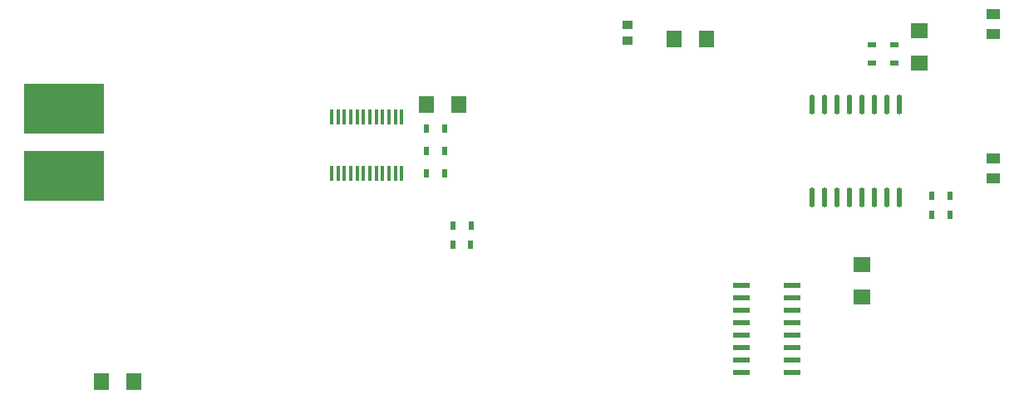
<source format=gbp>
G04*
G04 #@! TF.GenerationSoftware,Altium Limited,Altium Designer,20.2.6 (244)*
G04*
G04 Layer_Color=128*
%FSLAX24Y24*%
%MOIN*%
G70*
G04*
G04 #@! TF.SameCoordinates,3AFE1146-FA95-4E81-A996-3AB7B898703E*
G04*
G04*
G04 #@! TF.FilePolarity,Positive*
G04*
G01*
G75*
%ADD25R,0.0354X0.0236*%
%ADD31R,0.0236X0.0354*%
%ADD34R,0.0650X0.0600*%
%ADD39R,0.0550X0.0433*%
%ADD47R,0.0394X0.0354*%
%ADD52R,0.0600X0.0650*%
%ADD140O,0.0217X0.0800*%
G04:AMPARAMS|DCode=141|XSize=61.8mil|YSize=16.1mil|CornerRadius=2mil|HoleSize=0mil|Usage=FLASHONLY|Rotation=90.000|XOffset=0mil|YOffset=0mil|HoleType=Round|Shape=RoundedRectangle|*
%AMROUNDEDRECTD141*
21,1,0.0618,0.0121,0,0,90.0*
21,1,0.0578,0.0161,0,0,90.0*
1,1,0.0040,0.0061,0.0289*
1,1,0.0040,0.0061,-0.0289*
1,1,0.0040,-0.0061,-0.0289*
1,1,0.0040,-0.0061,0.0289*
%
%ADD141ROUNDEDRECTD141*%
%ADD142R,0.3201X0.2000*%
%ADD143R,0.0670X0.0210*%
D25*
X34250Y17050D02*
D03*
X34250Y17765D02*
D03*
X35150Y17050D02*
D03*
X35150Y17765D02*
D03*
D31*
X36650Y10950D02*
D03*
X37365Y10950D02*
D03*
X36650Y11700D02*
D03*
X37365Y11700D02*
D03*
X16385Y14410D02*
D03*
X17100Y14410D02*
D03*
X16385Y13510D02*
D03*
X17100Y13510D02*
D03*
X16385Y12610D02*
D03*
X17100Y12610D02*
D03*
X18165Y10500D02*
D03*
X17450Y10500D02*
D03*
X17435Y9750D02*
D03*
X18150Y9750D02*
D03*
D34*
X36150Y18350D02*
D03*
Y17050D02*
D03*
X33850Y7650D02*
D03*
Y8950D02*
D03*
D39*
X39100Y18206D02*
D03*
Y18994D02*
D03*
Y12406D02*
D03*
Y13194D02*
D03*
D47*
X24450Y18565D02*
D03*
Y17935D02*
D03*
D52*
X27590Y18000D02*
D03*
X26290D02*
D03*
X17675Y15360D02*
D03*
X16375D02*
D03*
X4640Y4250D02*
D03*
X3340D02*
D03*
D140*
X35350Y11640D02*
D03*
X34850D02*
D03*
X34350D02*
D03*
X33850D02*
D03*
X33350D02*
D03*
X32850D02*
D03*
X32350D02*
D03*
X31850D02*
D03*
X35350Y15360D02*
D03*
X34850D02*
D03*
X34350D02*
D03*
X33850D02*
D03*
X33350D02*
D03*
X32850D02*
D03*
X32350D02*
D03*
X31850D02*
D03*
D141*
X15383Y12610D02*
D03*
X15127D02*
D03*
X14871D02*
D03*
X14615D02*
D03*
X14359D02*
D03*
X14103D02*
D03*
X13847D02*
D03*
X13591D02*
D03*
X13335D02*
D03*
X13080D02*
D03*
X12824D02*
D03*
X12568D02*
D03*
Y14870D02*
D03*
X12824D02*
D03*
X13080D02*
D03*
X13335D02*
D03*
X13591D02*
D03*
X13847D02*
D03*
X14103D02*
D03*
X14359D02*
D03*
X14615D02*
D03*
X14871D02*
D03*
X15127D02*
D03*
X15383D02*
D03*
D142*
X1850Y12500D02*
D03*
Y15200D02*
D03*
D143*
X31050Y8100D02*
D03*
Y7600D02*
D03*
Y7100D02*
D03*
Y6600D02*
D03*
Y6100D02*
D03*
Y5600D02*
D03*
Y5100D02*
D03*
Y4600D02*
D03*
X29010D02*
D03*
Y5100D02*
D03*
Y5600D02*
D03*
Y6100D02*
D03*
Y6600D02*
D03*
Y7100D02*
D03*
Y7600D02*
D03*
Y8100D02*
D03*
M02*

</source>
